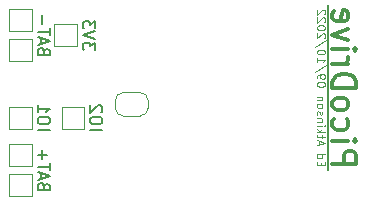
<source format=gbr>
%TF.GenerationSoftware,KiCad,Pcbnew,(6.0.5)*%
%TF.CreationDate,2022-10-09T22:16:16+01:00*%
%TF.ProjectId,PicoDrive,5069636f-4472-4697-9665-2e6b69636164,rev?*%
%TF.SameCoordinates,Original*%
%TF.FileFunction,Legend,Bot*%
%TF.FilePolarity,Positive*%
%FSLAX46Y46*%
G04 Gerber Fmt 4.6, Leading zero omitted, Abs format (unit mm)*
G04 Created by KiCad (PCBNEW (6.0.5)) date 2022-10-09 22:16:16*
%MOMM*%
%LPD*%
G01*
G04 APERTURE LIST*
G04 Aperture macros list*
%AMFreePoly0*
4,1,22,0.500000,-0.750000,0.000000,-0.750000,0.000000,-0.745033,-0.079941,-0.743568,-0.215256,-0.701293,-0.333266,-0.622738,-0.424486,-0.514219,-0.481581,-0.384460,-0.499164,-0.250000,-0.500000,-0.250000,-0.500000,0.250000,-0.499164,0.250000,-0.499963,0.256109,-0.478152,0.396186,-0.417904,0.524511,-0.324060,0.630769,-0.204165,0.706417,-0.067858,0.745374,0.000000,0.744959,0.000000,0.750000,
0.500000,0.750000,0.500000,-0.750000,0.500000,-0.750000,$1*%
%AMFreePoly1*
4,1,20,0.000000,0.744959,0.073905,0.744508,0.209726,0.703889,0.328688,0.626782,0.421226,0.519385,0.479903,0.390333,0.500000,0.250000,0.500000,-0.250000,0.499851,-0.262216,0.476331,-0.402017,0.414519,-0.529596,0.319384,-0.634700,0.198574,-0.708877,0.061801,-0.746166,0.000000,-0.745033,0.000000,-0.750000,-0.500000,-0.750000,-0.500000,0.750000,0.000000,0.750000,0.000000,0.744959,
0.000000,0.744959,$1*%
G04 Aperture macros list end*
%ADD10C,0.200000*%
%ADD11C,0.120000*%
%ADD12C,0.150000*%
%ADD13C,0.300000*%
%ADD14R,1.500000X1.500000*%
%ADD15C,0.600000*%
%ADD16O,2.000000X0.900000*%
%ADD17O,1.700000X0.900000*%
%ADD18FreePoly0,180.000000*%
%ADD19FreePoly1,180.000000*%
G04 APERTURE END LIST*
D10*
X146232619Y-65135000D02*
X147232619Y-65135000D01*
X147232619Y-64468333D02*
X147232619Y-64277857D01*
X147185000Y-64182619D01*
X147089761Y-64087380D01*
X146899285Y-64039761D01*
X146565952Y-64039761D01*
X146375476Y-64087380D01*
X146280238Y-64182619D01*
X146232619Y-64277857D01*
X146232619Y-64468333D01*
X146280238Y-64563571D01*
X146375476Y-64658809D01*
X146565952Y-64706428D01*
X146899285Y-64706428D01*
X147089761Y-64658809D01*
X147185000Y-64563571D01*
X147232619Y-64468333D01*
X146232619Y-63087380D02*
X146232619Y-63658809D01*
X146232619Y-63373095D02*
X147232619Y-63373095D01*
X147089761Y-63468333D01*
X146994523Y-63563571D01*
X146946904Y-63658809D01*
D11*
X170230000Y-68178333D02*
X170230000Y-67945000D01*
X169863333Y-67845000D02*
X169863333Y-68178333D01*
X170563333Y-68178333D01*
X170563333Y-67845000D01*
X169863333Y-67245000D02*
X170563333Y-67245000D01*
X169896666Y-67245000D02*
X169863333Y-67311666D01*
X169863333Y-67445000D01*
X169896666Y-67511666D01*
X169930000Y-67545000D01*
X169996666Y-67578333D01*
X170196666Y-67578333D01*
X170263333Y-67545000D01*
X170296666Y-67511666D01*
X170330000Y-67445000D01*
X170330000Y-67311666D01*
X170296666Y-67245000D01*
X170063333Y-66411666D02*
X170063333Y-66078333D01*
X169863333Y-66478333D02*
X170563333Y-66245000D01*
X169863333Y-66011666D01*
X170330000Y-65878333D02*
X170330000Y-65611666D01*
X170563333Y-65778333D02*
X169963333Y-65778333D01*
X169896666Y-65745000D01*
X169863333Y-65678333D01*
X169863333Y-65611666D01*
X169863333Y-65378333D02*
X170563333Y-65378333D01*
X170130000Y-65311666D02*
X169863333Y-65111666D01*
X170330000Y-65111666D02*
X170063333Y-65378333D01*
X169863333Y-64811666D02*
X170330000Y-64811666D01*
X170563333Y-64811666D02*
X170530000Y-64845000D01*
X170496666Y-64811666D01*
X170530000Y-64778333D01*
X170563333Y-64811666D01*
X170496666Y-64811666D01*
X170330000Y-64478333D02*
X169863333Y-64478333D01*
X170263333Y-64478333D02*
X170296666Y-64445000D01*
X170330000Y-64378333D01*
X170330000Y-64278333D01*
X170296666Y-64211666D01*
X170230000Y-64178333D01*
X169863333Y-64178333D01*
X169896666Y-63878333D02*
X169863333Y-63811666D01*
X169863333Y-63678333D01*
X169896666Y-63611666D01*
X169963333Y-63578333D01*
X169996666Y-63578333D01*
X170063333Y-63611666D01*
X170096666Y-63678333D01*
X170096666Y-63778333D01*
X170130000Y-63845000D01*
X170196666Y-63878333D01*
X170230000Y-63878333D01*
X170296666Y-63845000D01*
X170330000Y-63778333D01*
X170330000Y-63678333D01*
X170296666Y-63611666D01*
X169863333Y-63178333D02*
X169896666Y-63245000D01*
X169930000Y-63278333D01*
X169996666Y-63311666D01*
X170196666Y-63311666D01*
X170263333Y-63278333D01*
X170296666Y-63245000D01*
X170330000Y-63178333D01*
X170330000Y-63078333D01*
X170296666Y-63011666D01*
X170263333Y-62978333D01*
X170196666Y-62945000D01*
X169996666Y-62945000D01*
X169930000Y-62978333D01*
X169896666Y-63011666D01*
X169863333Y-63078333D01*
X169863333Y-63178333D01*
X170330000Y-62645000D02*
X169863333Y-62645000D01*
X170263333Y-62645000D02*
X170296666Y-62611666D01*
X170330000Y-62545000D01*
X170330000Y-62445000D01*
X170296666Y-62378333D01*
X170230000Y-62345000D01*
X169863333Y-62345000D01*
X170563333Y-61345000D02*
X170563333Y-61278333D01*
X170530000Y-61211666D01*
X170496666Y-61178333D01*
X170430000Y-61145000D01*
X170296666Y-61111666D01*
X170130000Y-61111666D01*
X169996666Y-61145000D01*
X169930000Y-61178333D01*
X169896666Y-61211666D01*
X169863333Y-61278333D01*
X169863333Y-61345000D01*
X169896666Y-61411666D01*
X169930000Y-61445000D01*
X169996666Y-61478333D01*
X170130000Y-61511666D01*
X170296666Y-61511666D01*
X170430000Y-61478333D01*
X170496666Y-61445000D01*
X170530000Y-61411666D01*
X170563333Y-61345000D01*
X169863333Y-60778333D02*
X169863333Y-60645000D01*
X169896666Y-60578333D01*
X169930000Y-60545000D01*
X170030000Y-60478333D01*
X170163333Y-60445000D01*
X170430000Y-60445000D01*
X170496666Y-60478333D01*
X170530000Y-60511666D01*
X170563333Y-60578333D01*
X170563333Y-60711666D01*
X170530000Y-60778333D01*
X170496666Y-60811666D01*
X170430000Y-60845000D01*
X170263333Y-60845000D01*
X170196666Y-60811666D01*
X170163333Y-60778333D01*
X170130000Y-60711666D01*
X170130000Y-60578333D01*
X170163333Y-60511666D01*
X170196666Y-60478333D01*
X170263333Y-60445000D01*
X170596666Y-59645000D02*
X169696666Y-60245000D01*
X169863333Y-59045000D02*
X169863333Y-59445000D01*
X169863333Y-59245000D02*
X170563333Y-59245000D01*
X170463333Y-59311666D01*
X170396666Y-59378333D01*
X170363333Y-59445000D01*
X170563333Y-58611666D02*
X170563333Y-58545000D01*
X170530000Y-58478333D01*
X170496666Y-58445000D01*
X170430000Y-58411666D01*
X170296666Y-58378333D01*
X170130000Y-58378333D01*
X169996666Y-58411666D01*
X169930000Y-58445000D01*
X169896666Y-58478333D01*
X169863333Y-58545000D01*
X169863333Y-58611666D01*
X169896666Y-58678333D01*
X169930000Y-58711666D01*
X169996666Y-58745000D01*
X170130000Y-58778333D01*
X170296666Y-58778333D01*
X170430000Y-58745000D01*
X170496666Y-58711666D01*
X170530000Y-58678333D01*
X170563333Y-58611666D01*
X170596666Y-57578333D02*
X169696666Y-58178333D01*
X170496666Y-57378333D02*
X170530000Y-57345000D01*
X170563333Y-57278333D01*
X170563333Y-57111666D01*
X170530000Y-57045000D01*
X170496666Y-57011666D01*
X170430000Y-56978333D01*
X170363333Y-56978333D01*
X170263333Y-57011666D01*
X169863333Y-57411666D01*
X169863333Y-56978333D01*
X170563333Y-56545000D02*
X170563333Y-56478333D01*
X170530000Y-56411666D01*
X170496666Y-56378333D01*
X170430000Y-56345000D01*
X170296666Y-56311666D01*
X170130000Y-56311666D01*
X169996666Y-56345000D01*
X169930000Y-56378333D01*
X169896666Y-56411666D01*
X169863333Y-56478333D01*
X169863333Y-56545000D01*
X169896666Y-56611666D01*
X169930000Y-56645000D01*
X169996666Y-56678333D01*
X170130000Y-56711666D01*
X170296666Y-56711666D01*
X170430000Y-56678333D01*
X170496666Y-56645000D01*
X170530000Y-56611666D01*
X170563333Y-56545000D01*
X170496666Y-56045000D02*
X170530000Y-56011666D01*
X170563333Y-55945000D01*
X170563333Y-55778333D01*
X170530000Y-55711666D01*
X170496666Y-55678333D01*
X170430000Y-55645000D01*
X170363333Y-55645000D01*
X170263333Y-55678333D01*
X169863333Y-56078333D01*
X169863333Y-55645000D01*
X170496666Y-55378333D02*
X170530000Y-55345000D01*
X170563333Y-55278333D01*
X170563333Y-55111666D01*
X170530000Y-55045000D01*
X170496666Y-55011666D01*
X170430000Y-54978333D01*
X170363333Y-54978333D01*
X170263333Y-55011666D01*
X169863333Y-55411666D01*
X169863333Y-54978333D01*
D12*
X170815000Y-68580000D02*
X170815000Y-54610000D01*
D13*
X171180238Y-68071190D02*
X173180238Y-68071190D01*
X173180238Y-67309285D01*
X173085000Y-67118809D01*
X172989761Y-67023571D01*
X172799285Y-66928333D01*
X172513571Y-66928333D01*
X172323095Y-67023571D01*
X172227857Y-67118809D01*
X172132619Y-67309285D01*
X172132619Y-68071190D01*
X171180238Y-66071190D02*
X172513571Y-66071190D01*
X173180238Y-66071190D02*
X173085000Y-66166428D01*
X172989761Y-66071190D01*
X173085000Y-65975952D01*
X173180238Y-66071190D01*
X172989761Y-66071190D01*
X171275476Y-64261666D02*
X171180238Y-64452142D01*
X171180238Y-64833095D01*
X171275476Y-65023571D01*
X171370714Y-65118809D01*
X171561190Y-65214047D01*
X172132619Y-65214047D01*
X172323095Y-65118809D01*
X172418333Y-65023571D01*
X172513571Y-64833095D01*
X172513571Y-64452142D01*
X172418333Y-64261666D01*
X171180238Y-63118809D02*
X171275476Y-63309285D01*
X171370714Y-63404523D01*
X171561190Y-63499761D01*
X172132619Y-63499761D01*
X172323095Y-63404523D01*
X172418333Y-63309285D01*
X172513571Y-63118809D01*
X172513571Y-62833095D01*
X172418333Y-62642619D01*
X172323095Y-62547380D01*
X172132619Y-62452142D01*
X171561190Y-62452142D01*
X171370714Y-62547380D01*
X171275476Y-62642619D01*
X171180238Y-62833095D01*
X171180238Y-63118809D01*
X171180238Y-61595000D02*
X173180238Y-61595000D01*
X173180238Y-61118809D01*
X173085000Y-60833095D01*
X172894523Y-60642619D01*
X172704047Y-60547380D01*
X172323095Y-60452142D01*
X172037380Y-60452142D01*
X171656428Y-60547380D01*
X171465952Y-60642619D01*
X171275476Y-60833095D01*
X171180238Y-61118809D01*
X171180238Y-61595000D01*
X171180238Y-59595000D02*
X172513571Y-59595000D01*
X172132619Y-59595000D02*
X172323095Y-59499761D01*
X172418333Y-59404523D01*
X172513571Y-59214047D01*
X172513571Y-59023571D01*
X171180238Y-58356904D02*
X172513571Y-58356904D01*
X173180238Y-58356904D02*
X173085000Y-58452142D01*
X172989761Y-58356904D01*
X173085000Y-58261666D01*
X173180238Y-58356904D01*
X172989761Y-58356904D01*
X172513571Y-57595000D02*
X171180238Y-57118809D01*
X172513571Y-56642619D01*
X171275476Y-55118809D02*
X171180238Y-55309285D01*
X171180238Y-55690238D01*
X171275476Y-55880714D01*
X171465952Y-55975952D01*
X172227857Y-55975952D01*
X172418333Y-55880714D01*
X172513571Y-55690238D01*
X172513571Y-55309285D01*
X172418333Y-55118809D01*
X172227857Y-55023571D01*
X172037380Y-55023571D01*
X171846904Y-55975952D01*
D10*
X150677619Y-65135000D02*
X151677619Y-65135000D01*
X151677619Y-64468333D02*
X151677619Y-64277857D01*
X151630000Y-64182619D01*
X151534761Y-64087380D01*
X151344285Y-64039761D01*
X151010952Y-64039761D01*
X150820476Y-64087380D01*
X150725238Y-64182619D01*
X150677619Y-64277857D01*
X150677619Y-64468333D01*
X150725238Y-64563571D01*
X150820476Y-64658809D01*
X151010952Y-64706428D01*
X151344285Y-64706428D01*
X151534761Y-64658809D01*
X151630000Y-64563571D01*
X151677619Y-64468333D01*
X151582380Y-63658809D02*
X151630000Y-63611190D01*
X151677619Y-63515952D01*
X151677619Y-63277857D01*
X151630000Y-63182619D01*
X151582380Y-63135000D01*
X151487142Y-63087380D01*
X151391904Y-63087380D01*
X151249047Y-63135000D01*
X150677619Y-63706428D01*
X150677619Y-63087380D01*
X151042619Y-58388095D02*
X151042619Y-57769047D01*
X150661666Y-58102380D01*
X150661666Y-57959523D01*
X150614047Y-57864285D01*
X150566428Y-57816666D01*
X150471190Y-57769047D01*
X150233095Y-57769047D01*
X150137857Y-57816666D01*
X150090238Y-57864285D01*
X150042619Y-57959523D01*
X150042619Y-58245238D01*
X150090238Y-58340476D01*
X150137857Y-58388095D01*
X151042619Y-57483333D02*
X150042619Y-57150000D01*
X151042619Y-56816666D01*
X151042619Y-56578571D02*
X151042619Y-55959523D01*
X150661666Y-56292857D01*
X150661666Y-56150000D01*
X150614047Y-56054761D01*
X150566428Y-56007142D01*
X150471190Y-55959523D01*
X150233095Y-55959523D01*
X150137857Y-56007142D01*
X150090238Y-56054761D01*
X150042619Y-56150000D01*
X150042619Y-56435714D01*
X150090238Y-56530952D01*
X150137857Y-56578571D01*
X146756428Y-58507142D02*
X146708809Y-58364285D01*
X146661190Y-58316666D01*
X146565952Y-58269047D01*
X146423095Y-58269047D01*
X146327857Y-58316666D01*
X146280238Y-58364285D01*
X146232619Y-58459523D01*
X146232619Y-58840476D01*
X147232619Y-58840476D01*
X147232619Y-58507142D01*
X147185000Y-58411904D01*
X147137380Y-58364285D01*
X147042142Y-58316666D01*
X146946904Y-58316666D01*
X146851666Y-58364285D01*
X146804047Y-58411904D01*
X146756428Y-58507142D01*
X146756428Y-58840476D01*
X146518333Y-57888095D02*
X146518333Y-57411904D01*
X146232619Y-57983333D02*
X147232619Y-57650000D01*
X146232619Y-57316666D01*
X147232619Y-57126190D02*
X147232619Y-56554761D01*
X146232619Y-56840476D02*
X147232619Y-56840476D01*
X146613571Y-56221428D02*
X146613571Y-55459523D01*
X146756428Y-69937142D02*
X146708809Y-69794285D01*
X146661190Y-69746666D01*
X146565952Y-69699047D01*
X146423095Y-69699047D01*
X146327857Y-69746666D01*
X146280238Y-69794285D01*
X146232619Y-69889523D01*
X146232619Y-70270476D01*
X147232619Y-70270476D01*
X147232619Y-69937142D01*
X147185000Y-69841904D01*
X147137380Y-69794285D01*
X147042142Y-69746666D01*
X146946904Y-69746666D01*
X146851666Y-69794285D01*
X146804047Y-69841904D01*
X146756428Y-69937142D01*
X146756428Y-70270476D01*
X146518333Y-69318095D02*
X146518333Y-68841904D01*
X146232619Y-69413333D02*
X147232619Y-69080000D01*
X146232619Y-68746666D01*
X147232619Y-68556190D02*
X147232619Y-67984761D01*
X146232619Y-68270476D02*
X147232619Y-68270476D01*
X146613571Y-67651428D02*
X146613571Y-66889523D01*
X146232619Y-67270476D02*
X146994523Y-67270476D01*
D11*
%TO.C,TP7*%
X147640000Y-56200000D02*
X147640000Y-58100000D01*
X147640000Y-58100000D02*
X149540000Y-58100000D01*
X149540000Y-56200000D02*
X147640000Y-56200000D01*
X149540000Y-58100000D02*
X149540000Y-56200000D01*
%TO.C,TP2*%
X143830000Y-70800000D02*
X145730000Y-70800000D01*
X145730000Y-68900000D02*
X143830000Y-68900000D01*
X143830000Y-68900000D02*
X143830000Y-70800000D01*
X145730000Y-70800000D02*
X145730000Y-68900000D01*
%TO.C,TP3*%
X143830000Y-54930000D02*
X143830000Y-56830000D01*
X145730000Y-54930000D02*
X143830000Y-54930000D01*
X145730000Y-56830000D02*
X145730000Y-54930000D01*
X143830000Y-56830000D02*
X145730000Y-56830000D01*
%TO.C,TP5*%
X145730000Y-65085000D02*
X145730000Y-63185000D01*
X143830000Y-63185000D02*
X143830000Y-65085000D01*
X145730000Y-63185000D02*
X143830000Y-63185000D01*
X143830000Y-65085000D02*
X145730000Y-65085000D01*
%TO.C,JP1*%
X152778000Y-62692000D02*
X152778000Y-63292000D01*
X153478000Y-63992000D02*
X154878000Y-63992000D01*
X154878000Y-61992000D02*
X153478000Y-61992000D01*
X155578000Y-63292000D02*
X155578000Y-62692000D01*
X152778000Y-63292000D02*
G75*
G03*
X153478000Y-63992000I700000J0D01*
G01*
X153478000Y-61992000D02*
G75*
G03*
X152778000Y-62692000I0J-700000D01*
G01*
X155578000Y-62692000D02*
G75*
G03*
X154878000Y-61992000I-699999J1D01*
G01*
X154878000Y-63992000D02*
G75*
G03*
X155578000Y-63292000I1J699999D01*
G01*
%TO.C,TP1*%
X143830000Y-66360000D02*
X143830000Y-68260000D01*
X145730000Y-66360000D02*
X143830000Y-66360000D01*
X145730000Y-68260000D02*
X145730000Y-66360000D01*
X143830000Y-68260000D02*
X145730000Y-68260000D01*
%TO.C,TP4*%
X145730000Y-59370000D02*
X145730000Y-57470000D01*
X143830000Y-59370000D02*
X145730000Y-59370000D01*
X145730000Y-57470000D02*
X143830000Y-57470000D01*
X143830000Y-57470000D02*
X143830000Y-59370000D01*
%TO.C,TP6*%
X148275000Y-65085000D02*
X150175000Y-65085000D01*
X148275000Y-63185000D02*
X148275000Y-65085000D01*
X150175000Y-63185000D02*
X148275000Y-63185000D01*
X150175000Y-65085000D02*
X150175000Y-63185000D01*
%TD*%
%LPC*%
D14*
%TO.C,TP7*%
X148590000Y-57150000D03*
%TD*%
%TO.C,TP2*%
X144780000Y-69850000D03*
%TD*%
D15*
%TO.C,P1*%
X148770000Y-54260000D03*
X148770000Y-60040000D03*
D16*
X149250000Y-52830000D03*
D17*
X145080000Y-52830000D03*
D16*
X149250000Y-61470000D03*
D17*
X145080000Y-61470000D03*
%TD*%
D14*
%TO.C,TP3*%
X144780000Y-55880000D03*
%TD*%
%TO.C,TP5*%
X144780000Y-64135000D03*
%TD*%
D18*
%TO.C,JP1*%
X154828000Y-62992000D03*
D19*
X153528000Y-62992000D03*
%TD*%
D14*
%TO.C,TP1*%
X144780000Y-67310000D03*
%TD*%
%TO.C,TP4*%
X144780000Y-58420000D03*
%TD*%
%TO.C,TP6*%
X149225000Y-64135000D03*
%TD*%
M02*

</source>
